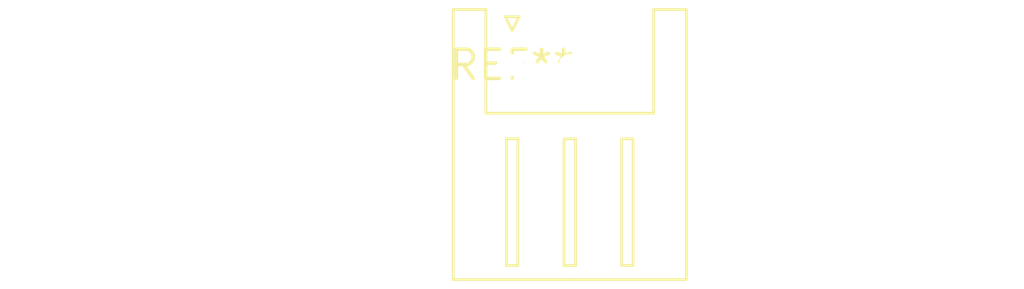
<source format=kicad_pcb>
(kicad_pcb (version 20240108) (generator pcbnew)
  (layers (0 "F.Cu" signal) (31 "B.Cu" signal) (34 "B.Paste" user) (35 "F.Paste" user) (36 "B.SilkS" user "B.Silkscreen") (37 "F.SilkS" user "F.Silkscreen") (38 "B.Mask" user) (39 "F.Mask" user) (44 "Edge.Cuts" user))
  (net 0 "")
  (footprint "JST_XH_S3B-XH-A_1x03_P2.50mm_Horizontal" (layer "F.Cu") (at 0 0)
    (property "Reference" "REF**")
    (property "Value" "JST_XH_S3B-XH-A_1x03_P2.50mm_Horizontal")
    (fp_line (start -2.56 -2.41) (end -1.14 -2.41) (layer "F.SilkS") (stroke (width 0.12)))
    (fp_line (start -2.56 9.31) (end -2.56 -2.41) (layer "F.SilkS") (stroke (width 0.12)))
    (fp_line (start -1.14 -2.41) (end -1.14 2.09) (layer "F.SilkS") (stroke (width 0.12)))
    (fp_line (start -1.14 2.09) (end 2.5 2.09) (layer "F.SilkS") (stroke (width 0.12)))
    (fp_line (start -0.3 -2.1) (end 0.3 -2.1) (layer "F.SilkS") (stroke (width 0.12)))
    (fp_line (start -0.25 3.2) (end -0.25 8.7) (layer "F.SilkS") (stroke (width 0.12)))
    (fp_line (start -0.25 8.7) (end 0.25 8.7) (layer "F.SilkS") (stroke (width 0.12)))
    (fp_line (start 0 -1.5) (end -0.3 -2.1) (layer "F.SilkS") (stroke (width 0.12)))
    (fp_line (start 0.25 3.2) (end -0.25 3.2) (layer "F.SilkS") (stroke (width 0.12)))
    (fp_line (start 0.25 8.7) (end 0.25 3.2) (layer "F.SilkS") (stroke (width 0.12)))
    (fp_line (start 0.3 -2.1) (end 0 -1.5) (layer "F.SilkS") (stroke (width 0.12)))
    (fp_line (start 2.25 3.2) (end 2.25 8.7) (layer "F.SilkS") (stroke (width 0.12)))
    (fp_line (start 2.25 8.7) (end 2.75 8.7) (layer "F.SilkS") (stroke (width 0.12)))
    (fp_line (start 2.5 9.31) (end -2.56 9.31) (layer "F.SilkS") (stroke (width 0.12)))
    (fp_line (start 2.5 9.31) (end 7.56 9.31) (layer "F.SilkS") (stroke (width 0.12)))
    (fp_line (start 2.75 3.2) (end 2.25 3.2) (layer "F.SilkS") (stroke (width 0.12)))
    (fp_line (start 2.75 8.7) (end 2.75 3.2) (layer "F.SilkS") (stroke (width 0.12)))
    (fp_line (start 4.75 3.2) (end 4.75 8.7) (layer "F.SilkS") (stroke (width 0.12)))
    (fp_line (start 4.75 8.7) (end 5.25 8.7) (layer "F.SilkS") (stroke (width 0.12)))
    (fp_line (start 5.25 3.2) (end 4.75 3.2) (layer "F.SilkS") (stroke (width 0.12)))
    (fp_line (start 5.25 8.7) (end 5.25 3.2) (layer "F.SilkS") (stroke (width 0.12)))
    (fp_line (start 6.14 -2.41) (end 6.14 2.09) (layer "F.SilkS") (stroke (width 0.12)))
    (fp_line (start 6.14 2.09) (end 2.5 2.09) (layer "F.SilkS") (stroke (width 0.12)))
    (fp_line (start 7.56 -2.41) (end 6.14 -2.41) (layer "F.SilkS") (stroke (width 0.12)))
    (fp_line (start 7.56 9.31) (end 7.56 -2.41) (layer "F.SilkS") (stroke (width 0.12)))
    (pad "1" thru_hole roundrect (at 0 0) (size 1.7 1.95) (drill 0.95) (layers *.Cu *.Mask) (remove_unused_layers) (roundrect_rratio 0.147059))
    (pad "2" thru_hole oval (at 2.5 0) (size 1.7 1.95) (drill 0.95) (layers *.Cu *.Mask) (remove_unused_layers))
    (pad "3" thru_hole oval (at 5 0) (size 1.7 1.95) (drill 0.95) (layers *.Cu *.Mask) (remove_unused_layers))
  )
)
</source>
